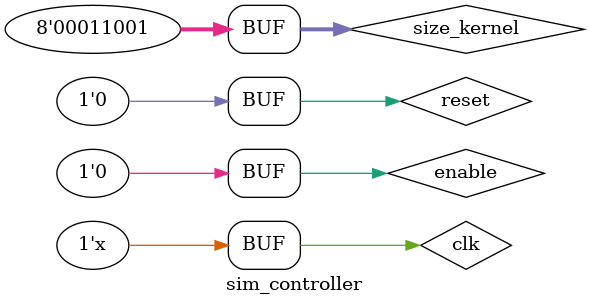
<source format=v>
`timescale 1ns / 1ps


module sim_controller;

reg				clk;
reg			        reset;
reg                             enable;
reg                             endsignal_saveunit;

reg			[7:0]	size_kernel;
reg                     [7:0]   size_act;
reg                     [7:0]   stride;
reg                     [7:0]   number_pc_line;


wire				clk_act_address;
wire				clk_act_sram;

wire				clk_kernel_address;
wire				clk_kernel_sram;

wire				clk_pe_array;
wire                            endsignal;

initial
begin

	#10	reset = 1'b1;
	#10	reset = 1'b0;
		clk 	= 1'b0;
		reset 	= 1'b0;

		size_kernel = 8'h19;
end

always
begin
	#30	clk = ~clk;
end

always
begin
        #1000   enable  = 1'b1;
        #10     enable  = 1'b0;
end

controller U1(
        .clk 			(clk),
        .reset                  (reset),
        .enable                 (enable),
        .endsignal_saveunit     (endsignal_saveunit),
        .size_act               (size_act),
        .size_kernel            (size_kernel),
        .stride                 (stride),
        .number_pc_line         (number_pc_line),
        .address_act            (address_act),
        .enable_act_sram        (enable_act_sram),
        .address_kernel         (address_kernel),
        .enable_kernel_sram     (enable_kernel_sram),
        .enable_pe_array        (enable_pe_array),
        .endsignal              (endsignal));

endmodule

</source>
